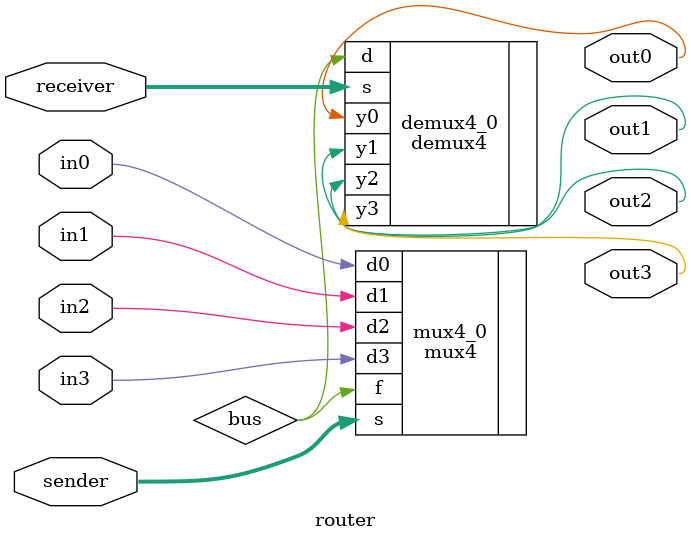
<source format=v>
module router (
   input  [1:0] sender,
   input        in0,
   input        in1,
   input        in2,
   input        in3,
   input  [1:0] receiver,
   output       out0,
   output       out1,
   output       out2,
   output       out3
   );
   
   wire bus;
   
   mux4 mux4_0 (
      .d0 (in0),
      .d1 (in1),
      .d2 (in2),
      .d3 (in3),
      .s  (sender),
      .f  (bus)
   );
   
   demux4 demux4_0 (
      .d  (bus),
      .s  (receiver),
      .y0 (out0),
      .y1 (out1),
      .y2 (out2),
      .y3 (out3)
   );
   
endmodule

</source>
